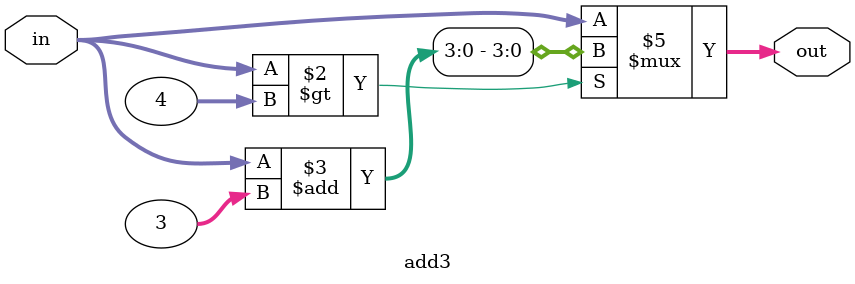
<source format=v>
`timescale 1ns / 1ps



module add3(
    input [3:0] in,
    output reg [3:0] out
    );
    
    always @*
        begin
            if (in > 4) 
                out = in + 3;
            else
                out = in;
   end
    
endmodule

</source>
